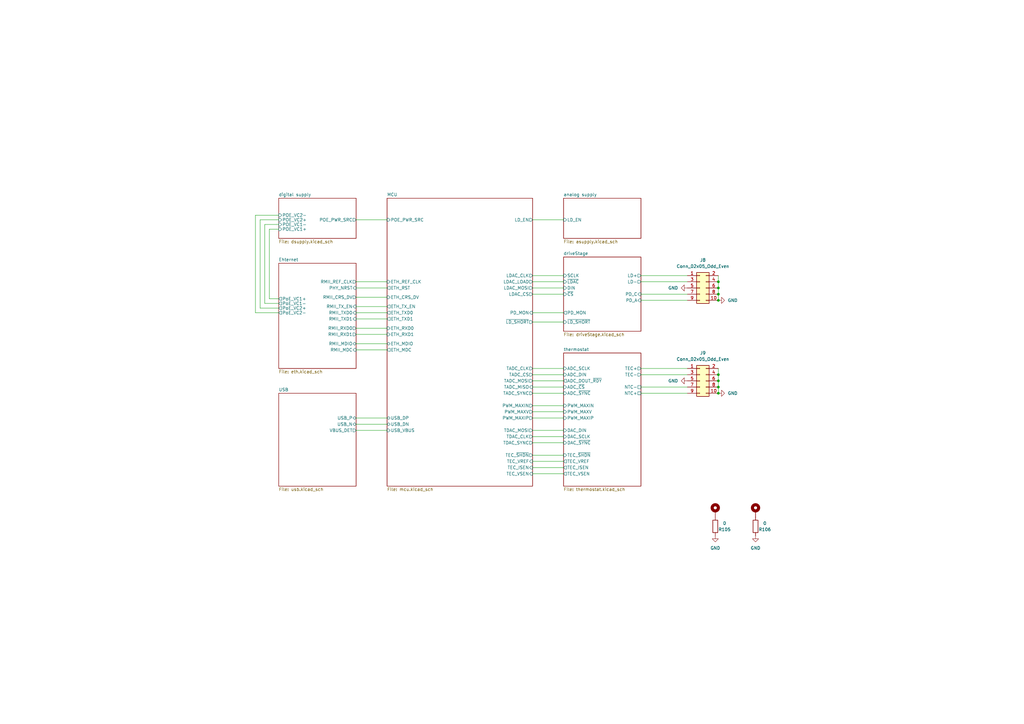
<source format=kicad_sch>
(kicad_sch (version 20230121) (generator eeschema)
  (paper "A3")
  (title_block (title "Kirdy") (date "2022-07-03") (rev "r0.1") (company "M-Labs") (comment 1 "Alex Wong Tat Hang"))
  (lib_symbols
    (symbol "Connector_Generic:Conn_02x05_Odd_Even" (pin_names (offset 1.016) hide)
      (property "Reference" "J" (at 1.27 7.62 0))
      (property "Value" "Conn_02x05_Odd_Even" (at 1.27 -7.62 0))
      (symbol "Conn_02x05_Odd_Even_1_1"
        (rectangle (start -1.27 -4.953) (end 0 -5.207) (stroke (width 0.1524)))
        (rectangle (start -1.27 -2.413) (end 0 -2.667) (stroke (width 0.1524)))
        (rectangle (start -1.27 0.127) (end 0 -0.127) (stroke (width 0.1524)))
        (rectangle (start -1.27 2.667) (end 0 2.413) (stroke (width 0.1524)))
        (rectangle (start -1.27 5.207) (end 0 4.953) (stroke (width 0.1524)))
        (rectangle (start -1.27 6.35) (end 3.81 -6.35) (stroke (width 0.254)) (fill (type background)))
        (rectangle (start 3.81 -4.953) (end 2.54 -5.207) (stroke (width 0.1524)))
        (rectangle (start 3.81 -2.413) (end 2.54 -2.667) (stroke (width 0.1524)))
        (rectangle (start 3.81 0.127) (end 2.54 -0.127) (stroke (width 0.1524)))
        (rectangle (start 3.81 2.667) (end 2.54 2.413) (stroke (width 0.1524)))
        (rectangle (start 3.81 5.207) (end 2.54 4.953) (stroke (width 0.1524)))
        (pin passive line (at -5.08 5.08 0) (length 3.81) (name "Pin_1") (number "1"))
        (pin passive line (at 7.62 -5.08 180) (length 3.81) (name "Pin_10") (number "10"))
        (pin passive line (at 7.62 5.08 180) (length 3.81) (name "Pin_2") (number "2"))
        (pin passive line (at -5.08 2.54 0) (length 3.81) (name "Pin_3") (number "3"))
        (pin passive line (at 7.62 2.54 180) (length 3.81) (name "Pin_4") (number "4"))
        (pin passive line (at -5.08 0 0) (length 3.81) (name "Pin_5") (number "5"))
        (pin passive line (at 7.62 0 180) (length 3.81) (name "Pin_6") (number "6"))
        (pin passive line (at -5.08 -2.54 0) (length 3.81) (name "Pin_7") (number "7"))
        (pin passive line (at 7.62 -2.54 180) (length 3.81) (name "Pin_8") (number "8"))
        (pin passive line (at -5.08 -5.08 0) (length 3.81) (name "Pin_9") (number "9"))
      )
    )
    (symbol "Device:R" (pin_numbers hide) (pin_names (offset 0))
      (property "Reference" "R" (at 2.032 0 90))
      (property "Value" "R" (at 0 0 90))
      (symbol "R_0_1"
        (rectangle (start -1.016 -2.54) (end 1.016 2.54) (stroke (width 0.254)))
      )
      (symbol "R_1_1"
        (pin passive line (at 0 3.81 270) (length 1.27) (name "~") (number "1"))
        (pin passive line (at 0 -3.81 90) (length 1.27) (name "~") (number "2"))
      )
    )
    (symbol "Mechanical:MountingHole_Pad" (pin_numbers hide) (pin_names (offset 1.016) hide)
      (property "Reference" "H" (at 0 6.35 0))
      (property "Value" "MountingHole_Pad" (at 0 4.445 0))
      (symbol "MountingHole_Pad_0_1"
        (circle (center 0 1.27) (radius 1.27) (stroke (width 1.27)))
      )
      (symbol "MountingHole_Pad_1_1"
        (pin input line (at 0 -2.54 90) (length 2.54) (name "1") (number "1"))
      )
    )
    (symbol "power:GND" (power) (pin_names (offset 0))
      (property "Value" "GND" (at 0 -3.81 0))
      (symbol "GND_0_1"
        (polyline (pts (xy 0 0) (xy 0 -1.27) (xy 1.27 -1.27) (xy 0 -2.54) (xy -1.27 -1.27) (xy 0 -1.27)))
      )
      (symbol "GND_1_1"
        (pin power_in line (at 0 0 270) (length 0) hide (name "GND") (number "1"))
      )
    )
  )
  (junction (at 294.64 161.29))
  (junction (at 294.64 118.11))
  (junction (at 294.64 158.75))
  (junction (at 294.64 156.21))
  (junction (at 294.64 120.65))
  (junction (at 294.64 115.57))
  (junction (at 294.64 153.67))
  (junction (at 294.64 123.19))
  (wire (pts (xy 146.05 176.53) (xy 158.75 176.53)))
  (wire (pts (xy 294.64 153.67) (xy 294.64 156.21)))
  (wire (pts (xy 108.585 92.075) (xy 108.585 124.46)))
  (wire (pts (xy 218.44 168.91) (xy 231.14 168.91)))
  (wire (pts (xy 106.68 126.365) (xy 106.68 90.17)))
  (wire (pts (xy 218.44 176.53) (xy 231.14 176.53)))
  (wire (pts (xy 294.64 115.57) (xy 294.64 118.11)))
  (wire (pts (xy 146.05 125.73) (xy 158.75 125.73)))
  (wire (pts (xy 262.89 123.19) (xy 281.94 123.19)))
  (wire (pts (xy 114.3 122.555) (xy 110.49 122.555)))
  (wire (pts (xy 218.44 151.13) (xy 231.14 151.13)))
  (wire (pts (xy 146.05 173.99) (xy 158.75 173.99)))
  (wire (pts (xy 218.44 161.29) (xy 231.14 161.29)))
  (wire (pts (xy 146.05 115.57) (xy 158.75 115.57)))
  (wire (pts (xy 218.44 90.17) (xy 231.14 90.17)))
  (wire (pts (xy 218.44 171.45) (xy 231.14 171.45)))
  (wire (pts (xy 146.05 140.97) (xy 158.75 140.97)))
  (wire (pts (xy 218.44 194.31) (xy 231.14 194.31)))
  (wire (pts (xy 218.44 153.67) (xy 231.14 153.67)))
  (wire (pts (xy 218.44 166.37) (xy 231.14 166.37)))
  (wire (pts (xy 218.44 189.23) (xy 231.14 189.23)))
  (wire (pts (xy 218.44 179.07) (xy 231.14 179.07)))
  (wire (pts (xy 262.89 161.29) (xy 281.94 161.29)))
  (wire (pts (xy 146.05 121.92) (xy 158.75 121.92)))
  (wire (pts (xy 146.05 171.45) (xy 158.75 171.45)))
  (wire (pts (xy 262.89 113.03) (xy 281.94 113.03)))
  (wire (pts (xy 146.05 90.17) (xy 158.75 90.17)))
  (wire (pts (xy 114.3 92.075) (xy 108.585 92.075)))
  (wire (pts (xy 294.64 118.11) (xy 294.64 120.65)))
  (wire (pts (xy 110.49 93.98) (xy 114.3 93.98)))
  (wire (pts (xy 106.68 90.17) (xy 114.3 90.17)))
  (wire (pts (xy 110.49 122.555) (xy 110.49 93.98)))
  (wire (pts (xy 114.3 88.265) (xy 104.775 88.265)))
  (wire (pts (xy 146.05 130.81) (xy 158.75 130.81)))
  (wire (pts (xy 218.44 115.57) (xy 231.14 115.57)))
  (wire (pts (xy 262.89 120.65) (xy 281.94 120.65)))
  (wire (pts (xy 146.05 118.11) (xy 158.75 118.11)))
  (wire (pts (xy 114.3 126.365) (xy 106.68 126.365)))
  (wire (pts (xy 146.05 128.27) (xy 158.75 128.27)))
  (wire (pts (xy 294.64 158.75) (xy 294.64 161.29)))
  (wire (pts (xy 262.89 158.75) (xy 281.94 158.75)))
  (wire (pts (xy 104.775 88.265) (xy 104.775 128.27)))
  (wire (pts (xy 218.44 132.08) (xy 231.14 132.08)))
  (wire (pts (xy 146.05 134.62) (xy 158.75 134.62)))
  (wire (pts (xy 218.44 118.11) (xy 231.14 118.11)))
  (wire (pts (xy 294.64 120.65) (xy 294.64 123.19)))
  (wire (pts (xy 218.44 156.21) (xy 231.14 156.21)))
  (wire (pts (xy 218.44 128.27) (xy 231.14 128.27)))
  (wire (pts (xy 218.44 186.69) (xy 231.14 186.69)))
  (wire (pts (xy 218.44 181.61) (xy 231.14 181.61)))
  (wire (pts (xy 218.44 158.75) (xy 231.14 158.75)))
  (wire (pts (xy 294.64 113.03) (xy 294.64 115.57)))
  (wire (pts (xy 218.44 120.65) (xy 231.14 120.65)))
  (wire (pts (xy 262.89 151.13) (xy 281.94 151.13)))
  (wire (pts (xy 262.89 153.67) (xy 281.94 153.67)))
  (wire (pts (xy 108.585 124.46) (xy 114.3 124.46)))
  (wire (pts (xy 294.64 156.21) (xy 294.64 158.75)))
  (wire (pts (xy 146.05 143.51) (xy 158.75 143.51)))
  (wire (pts (xy 262.89 115.57) (xy 281.94 115.57)))
  (wire (pts (xy 104.775 128.27) (xy 114.3 128.27)))
  (wire (pts (xy 218.44 191.77) (xy 231.14 191.77)))
  (wire (pts (xy 218.44 113.03) (xy 231.14 113.03)))
  (wire (pts (xy 294.64 151.13) (xy 294.64 153.67)))
  (wire (pts (xy 146.05 137.16) (xy 158.75 137.16)))
  (symbol (lib_id "Connector_Generic:Conn_02x05_Odd_Even") (at 287.02 156.21 0) (unit 1)
    (property "Reference" "J9" (at 288.29 144.78 0))
    (property "Value" "Conn_02x05_Odd_Even" (at 288.29 147.32 0))
    (property "Footprint" "Connector_PinHeader_2.54mm:PinHeader_2x05_P2.54mm_Vertical_SMD" (effects hide))
    (property "MFR_PN" "3020-10-0300-00" (effects hide))
    (property "MFR_PN_ALT" "SBH11-NBPC-D05-SM-BK" (effects hide))
  )
  (symbol (lib_id "power:GND") (at 309.88 219.71 0) (unit 1)
    (property "Reference" "#PWR0175" (effects hide))
    (property "Value" "GND" (at 309.88 224.79 0))
  )
  (symbol (lib_id "Device:R") (at 293.37 215.9 180) (unit 1)
    (property "Reference" "R105" (at 297.18 217.17 0))
    (property "Value" "0" (at 297.18 214.63 0))
    (property "Footprint" "Resistor_SMD:R_0603_1608Metric" (effects hide))
    (property "MFR_PN" "RMCF0603ZT0R00" (effects hide))
    (property "MFR_PN_ALT" "CR0603-J/-000ELF" (effects hide))
  )
  (symbol (lib_id "power:GND") (at 294.64 161.29 90) (unit 1)
    (property "Reference" "#PWR0159" (effects hide))
    (property "Value" "GND" (at 298.45 161.2899 90) (effects (justify right)))
  )
  (symbol (lib_id "power:GND") (at 281.94 118.11 270) (unit 1)
    (property "Reference" "#PWR0156" (effects hide))
    (property "Value" "GND" (at 278.13 118.1099 90) (effects (justify right)))
  )
  (symbol (lib_id "power:GND") (at 294.64 123.19 90) (unit 1)
    (property "Reference" "#PWR0158" (effects hide))
    (property "Value" "GND" (at 298.45 123.1899 90) (effects (justify right)))
  )
  (symbol (lib_id "Mechanical:MountingHole_Pad") (at 293.37 209.55 0) (unit 1)
    (property "Reference" "H1" (effects hide))
    (property "Value" "MountingHole_Pad" (effects hide))
    (property "Footprint" "MountingHole:MountingHole_2.7mm_M2.5_Pad_Via" (effects hide))
  )
  (symbol (lib_id "Mechanical:MountingHole_Pad") (at 309.88 209.55 0) (unit 1)
    (property "Reference" "H2" (effects hide))
    (property "Value" "MountingHole_Pad" (effects hide))
    (property "Footprint" "MountingHole:MountingHole_2.7mm_M2.5_Pad_Via" (effects hide))
  )
  (symbol (lib_id "Connector_Generic:Conn_02x05_Odd_Even") (at 287.02 118.11 0) (unit 1)
    (property "Reference" "J8" (at 288.29 106.68 0))
    (property "Value" "Conn_02x05_Odd_Even" (at 288.29 109.22 0))
    (property "Footprint" "Connector_PinHeader_2.54mm:PinHeader_2x05_P2.54mm_Vertical_SMD" (effects hide))
    (property "MFR_PN" "3020-10-0300-00" (effects hide))
    (property "MFR_PN_ALT" "SBH11-NBPC-D05-SM-BK" (effects hide))
  )
  (symbol (lib_id "power:GND") (at 293.37 219.71 0) (unit 1)
    (property "Reference" "#PWR0174" (effects hide))
    (property "Value" "GND" (at 293.37 224.79 0))
  )
  (symbol (lib_id "power:GND") (at 281.94 156.21 270) (unit 1)
    (property "Reference" "#PWR0157" (effects hide))
    (property "Value" "GND" (at 278.13 156.2099 90) (effects (justify right)))
  )
  (symbol (lib_id "Device:R") (at 309.88 215.9 180) (unit 1)
    (property "Reference" "R106" (at 313.69 217.17 0))
    (property "Value" "0" (at 313.69 214.63 0))
    (property "Footprint" "Resistor_SMD:R_0603_1608Metric" (effects hide))
    (property "MFR_PN" "RMCF0603ZT0R00" (effects hide))
    (property "MFR_PN_ALT" "CR0603-J/-000ELF" (effects hide))
  )
  (sheet (at 114.3 107.95) (size 31.75 43.18) (stroke (width 0.1524))
    (property "Sheetname" "Ehternet" (at 114.3 107.2384 0) (effects (justify left bottom)))
    (property "Sheetfile" "eth.kicad_sch" (at 114.3 151.7146 0) (effects (justify left top)))
    (pin "RMII_MDIO" bidirectional (at 146.05 140.97 0))
    (pin "PHY_NRST" input (at 146.05 118.11 0))
    (pin "RMII_MDC" input (at 146.05 143.51 0))
    (pin "RMII_CRS_DV" output (at 146.05 121.92 0))
    (pin "RMII_TX_EN" input (at 146.05 125.73 0))
    (pin "RMII_TXD0" input (at 146.05 128.27 0))
    (pin "RMII_TXD1" input (at 146.05 130.81 0))
    (pin "RMII_RXD0" output (at 146.05 134.62 0))
    (pin "RMII_RXD1" output (at 146.05 137.16 0))
    (pin "RMII_REF_CLK" output (at 146.05 115.57 0))
    (pin "PoE_VC1+" output (at 114.3 122.555 180))
    (pin "PoE_VC1-" output (at 114.3 124.46 180))
    (pin "PoE_VC2+" output (at 114.3 126.365 180))
    (pin "PoE_VC2-" output (at 114.3 128.27 180))
  )
  (sheet (at 114.3 161.29) (size 31.75 38.1) (stroke (width 0.1524))
    (property "Sheetname" "USB" (at 114.3 160.5784 0) (effects (justify left bottom)))
    (property "Sheetfile" "usb.kicad_sch" (at 114.3 199.9746 0) (effects (justify left top)))
    (pin "USB_N" bidirectional (at 146.05 173.99 0))
    (pin "USB_P" bidirectional (at 146.05 171.45 0))
    (pin "VBUS_DET" output (at 146.05 176.53 0))
  )
  (sheet (at 231.14 105.41) (size 31.75 30.48) (stroke (width 0.1524))
    (property "Sheetname" "driveStage" (at 231.14 104.6984 0) (effects (justify left bottom)))
    (property "Sheetfile" "driveStage.kicad_sch" (at 231.14 136.4746 0) (effects (justify left top)))
    (pin "LD-" output (at 262.89 115.57 0))
    (pin "LD+" output (at 262.89 113.03 0))
    (pin "SCLK" input (at 231.14 113.03 180))
    (pin "DIN" input (at 231.14 118.11 180))
    (pin "~{LDAC}" input (at 231.14 115.57 180))
    (pin "~{CS}" input (at 231.14 120.65 180))
    (pin "PD_A" input (at 262.89 123.19 0))
    (pin "PD_C" input (at 262.89 120.65 0))
    (pin "PD_MON" output (at 231.14 128.27 180))
    (pin "~{LD_SHORT}" input (at 231.14 132.08 180))
  )
  (sheet (at 114.3 81.28) (size 31.75 16.51) (stroke (width 0.1524))
    (property "Sheetname" "digital supply" (at 114.3 80.5684 0) (effects (justify left bottom)))
    (property "Sheetfile" "dsupply.kicad_sch" (at 114.3 98.3746 0) (effects (justify left top)))
    (pin "POE_PWR_SRC" output (at 146.05 90.17 0))
    (pin "POE_VC1-" input (at 114.3 92.075 180))
    (pin "POE_VC2-" input (at 114.3 88.265 180))
    (pin "POE_VC1+" input (at 114.3 93.98 180))
    (pin "POE_VC2+" input (at 114.3 90.17 180))
  )
  (sheet (at 231.14 144.78) (size 31.75 54.61) (stroke (width 0.1524))
    (property "Sheetname" "thermostat" (at 231.14 144.0684 0) (effects (justify left bottom)))
    (property "Sheetfile" "thermostat.kicad_sch" (at 231.14 199.9746 0) (effects (justify left top)))
    (pin "TEC-" output (at 262.89 153.67 0))
    (pin "TEC+" output (at 262.89 151.13 0))
    (pin "NTC-" passive (at 262.89 158.75 0))
    (pin "NTC+" passive (at 262.89 161.29 0))
    (pin "DAC_~{SYNC}" input (at 231.14 181.61 180))
    (pin "DAC_SCLK" input (at 231.14 179.07 180))
    (pin "DAC_DIN" input (at 231.14 176.53 180))
    (pin "PWM_MAXV" input (at 231.14 168.91 180))
    (pin "ADC_SCLK" input (at 231.14 151.13 180))
    (pin "ADC_DIN" input (at 231.14 153.67 180))
    (pin "ADC_DOUT_~{RDY}" output (at 231.14 156.21 180))
    (pin "ADC_~{CS}" input (at 231.14 158.75 180))
    (pin "ADC_~{SYNC}" input (at 231.14 161.29 180))
    (pin "PWM_MAXIN" input (at 231.14 166.37 180))
    (pin "PWM_MAXIP" input (at 231.14 171.45 180))
    (pin "TEC_~{SHDN}" input (at 231.14 186.69 180))
    (pin "TEC_ISEN" output (at 231.14 191.77 180))
    (pin "TEC_VREF" output (at 231.14 189.23 180))
    (pin "TEC_VSEN" output (at 231.14 194.31 180))
  )
  (sheet (at 231.14 81.28) (size 31.75 16.51) (stroke (width 0.1524))
    (property "Sheetname" "analog supply" (at 231.14 80.5684 0) (effects (justify left bottom)))
    (property "Sheetfile" "asupply.kicad_sch" (at 231.14 98.3746 0) (effects (justify left top)))
    (pin "LD_EN" input (at 231.14 90.17 180))
  )
  (sheet (at 158.75 81.28) (size 59.69 118.11) (stroke (width 0.1524))
    (property "Sheetname" "MCU" (at 158.75 80.5684 0) (effects (justify left bottom)))
    (property "Sheetfile" "mcu.kicad_sch" (at 158.75 199.9746 0) (effects (justify left top)))
    (pin "ETH_RST" output (at 158.75 118.11 180))
    (pin "ETH_MDIO" bidirectional (at 158.75 140.97 180))
    (pin "PD_MON" input (at 218.44 128.27 0))
    (pin "TEC_~{SHDN}" output (at 218.44 186.69 0))
    (pin "TEC_VREF" input (at 218.44 189.23 0))
    (pin "ETH_CRS_DV" input (at 158.75 121.92 180))
    (pin "USB_VBUS" input (at 158.75 176.53 180))
    (pin "TEC_ISEN" input (at 218.44 191.77 0))
    (pin "TEC_VSEN" input (at 218.44 194.31 0))
    (pin "USB_DP" bidirectional (at 158.75 171.45 180))
    (pin "USB_DN" bidirectional (at 158.75 173.99 180))
    (pin "TADC_CS" output (at 218.44 153.67 0))
    (pin "LDAC_CLK" output (at 218.44 113.03 0))
    (pin "ETH_TX_EN" output (at 158.75 125.73 180))
    (pin "ETH_TXD0" output (at 158.75 128.27 180))
    (pin "ETH_TXD1" output (at 158.75 130.81 180))
    (pin "LDAC_LOAD" output (at 218.44 115.57 0))
    (pin "POE_PWR_SRC" input (at 158.75 90.17 180))
    (pin "ETH_RXD0" input (at 158.75 134.62 180))
    (pin "ETH_RXD1" input (at 158.75 137.16 180))
    (pin "LDAC_MOSI" output (at 218.44 118.11 0))
    (pin "TADC_MOSI" output (at 218.44 156.21 0))
    (pin "TADC_MISO" input (at 218.44 158.75 0))
    (pin "PWM_MAXIP" output (at 218.44 171.45 0))
    (pin "ETH_MDC" output (at 158.75 143.51 180))
    (pin "LDAC_CS" output (at 218.44 120.65 0))
    (pin "TADC_SYNC" output (at 218.44 161.29 0))
    (pin "TDAC_CLK" output (at 218.44 179.07 0))
    (pin "TDAC_SYNC" output (at 218.44 181.61 0))
    (pin "TDAC_MOSI" output (at 218.44 176.53 0))
    (pin "PWM_MAXIN" output (at 218.44 166.37 0))
    (pin "PWM_MAXV" output (at 218.44 168.91 0))
    (pin "TADC_CLK" output (at 218.44 151.13 0))
    (pin "ETH_REF_CLK" input (at 158.75 115.57 180))
    (pin "LD_EN" output (at 218.44 90.17 0))
    (pin "~{LD_SHORT}" output (at 218.44 132.08 0))
  )
)
</source>
